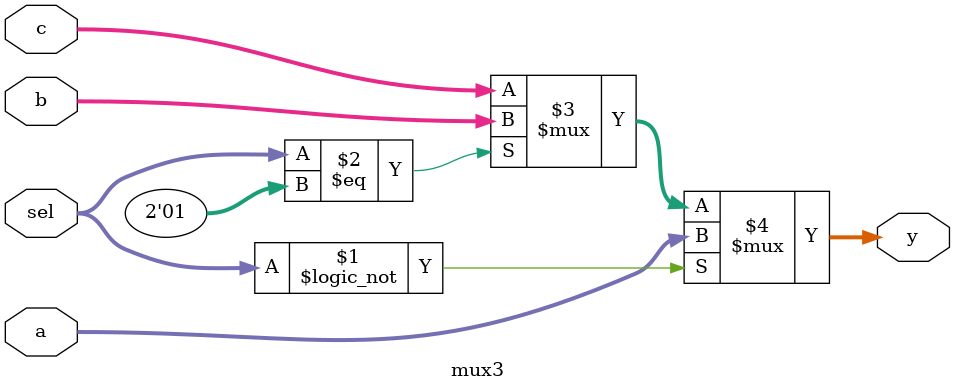
<source format=v>
`timescale 1ns/1ns
module mux3( a, b, c, sel, y );
    parameter bitwidth=32;
    input  [1:0]sel;
    input  [bitwidth-1:0] a, b, c;
    output [bitwidth-1:0] y;

    assign y = (sel == 2'b00) ? a : (sel == 2'b01) ? b : c;
endmodule

</source>
